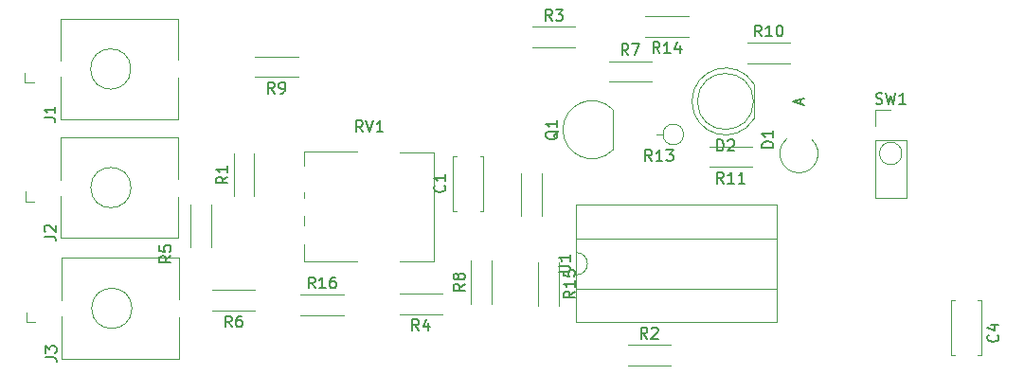
<source format=gbr>
%TF.GenerationSoftware,KiCad,Pcbnew,9.0.1*%
%TF.CreationDate,2025-06-03T19:58:47+02:00*%
%TF.ProjectId,lfo,6c666f2e-6b69-4636-9164-5f7063625858,rev?*%
%TF.SameCoordinates,Original*%
%TF.FileFunction,Legend,Top*%
%TF.FilePolarity,Positive*%
%FSLAX46Y46*%
G04 Gerber Fmt 4.6, Leading zero omitted, Abs format (unit mm)*
G04 Created by KiCad (PCBNEW 9.0.1) date 2025-06-03 19:58:47*
%MOMM*%
%LPD*%
G01*
G04 APERTURE LIST*
%ADD10C,0.150000*%
%ADD11C,0.100000*%
%ADD12C,0.120000*%
G04 APERTURE END LIST*
D10*
X135066667Y-20577200D02*
X135209524Y-20624819D01*
X135209524Y-20624819D02*
X135447619Y-20624819D01*
X135447619Y-20624819D02*
X135542857Y-20577200D01*
X135542857Y-20577200D02*
X135590476Y-20529580D01*
X135590476Y-20529580D02*
X135638095Y-20434342D01*
X135638095Y-20434342D02*
X135638095Y-20339104D01*
X135638095Y-20339104D02*
X135590476Y-20243866D01*
X135590476Y-20243866D02*
X135542857Y-20196247D01*
X135542857Y-20196247D02*
X135447619Y-20148628D01*
X135447619Y-20148628D02*
X135257143Y-20101009D01*
X135257143Y-20101009D02*
X135161905Y-20053390D01*
X135161905Y-20053390D02*
X135114286Y-20005771D01*
X135114286Y-20005771D02*
X135066667Y-19910533D01*
X135066667Y-19910533D02*
X135066667Y-19815295D01*
X135066667Y-19815295D02*
X135114286Y-19720057D01*
X135114286Y-19720057D02*
X135161905Y-19672438D01*
X135161905Y-19672438D02*
X135257143Y-19624819D01*
X135257143Y-19624819D02*
X135495238Y-19624819D01*
X135495238Y-19624819D02*
X135638095Y-19672438D01*
X135971429Y-19624819D02*
X136209524Y-20624819D01*
X136209524Y-20624819D02*
X136400000Y-19910533D01*
X136400000Y-19910533D02*
X136590476Y-20624819D01*
X136590476Y-20624819D02*
X136828572Y-19624819D01*
X137733333Y-20624819D02*
X137161905Y-20624819D01*
X137447619Y-20624819D02*
X137447619Y-19624819D01*
X137447619Y-19624819D02*
X137352381Y-19767676D01*
X137352381Y-19767676D02*
X137257143Y-19862914D01*
X137257143Y-19862914D02*
X137161905Y-19910533D01*
X60834819Y-43263333D02*
X61549104Y-43263333D01*
X61549104Y-43263333D02*
X61691961Y-43310952D01*
X61691961Y-43310952D02*
X61787200Y-43406190D01*
X61787200Y-43406190D02*
X61834819Y-43549047D01*
X61834819Y-43549047D02*
X61834819Y-43644285D01*
X60834819Y-42882380D02*
X60834819Y-42263333D01*
X60834819Y-42263333D02*
X61215771Y-42596666D01*
X61215771Y-42596666D02*
X61215771Y-42453809D01*
X61215771Y-42453809D02*
X61263390Y-42358571D01*
X61263390Y-42358571D02*
X61311009Y-42310952D01*
X61311009Y-42310952D02*
X61406247Y-42263333D01*
X61406247Y-42263333D02*
X61644342Y-42263333D01*
X61644342Y-42263333D02*
X61739580Y-42310952D01*
X61739580Y-42310952D02*
X61787200Y-42358571D01*
X61787200Y-42358571D02*
X61834819Y-42453809D01*
X61834819Y-42453809D02*
X61834819Y-42739523D01*
X61834819Y-42739523D02*
X61787200Y-42834761D01*
X61787200Y-42834761D02*
X61739580Y-42882380D01*
X114643333Y-41614819D02*
X114310000Y-41138628D01*
X114071905Y-41614819D02*
X114071905Y-40614819D01*
X114071905Y-40614819D02*
X114452857Y-40614819D01*
X114452857Y-40614819D02*
X114548095Y-40662438D01*
X114548095Y-40662438D02*
X114595714Y-40710057D01*
X114595714Y-40710057D02*
X114643333Y-40805295D01*
X114643333Y-40805295D02*
X114643333Y-40948152D01*
X114643333Y-40948152D02*
X114595714Y-41043390D01*
X114595714Y-41043390D02*
X114548095Y-41091009D01*
X114548095Y-41091009D02*
X114452857Y-41138628D01*
X114452857Y-41138628D02*
X114071905Y-41138628D01*
X115024286Y-40710057D02*
X115071905Y-40662438D01*
X115071905Y-40662438D02*
X115167143Y-40614819D01*
X115167143Y-40614819D02*
X115405238Y-40614819D01*
X115405238Y-40614819D02*
X115500476Y-40662438D01*
X115500476Y-40662438D02*
X115548095Y-40710057D01*
X115548095Y-40710057D02*
X115595714Y-40805295D01*
X115595714Y-40805295D02*
X115595714Y-40900533D01*
X115595714Y-40900533D02*
X115548095Y-41043390D01*
X115548095Y-41043390D02*
X114976667Y-41614819D01*
X114976667Y-41614819D02*
X115595714Y-41614819D01*
X94233333Y-40874819D02*
X93900000Y-40398628D01*
X93661905Y-40874819D02*
X93661905Y-39874819D01*
X93661905Y-39874819D02*
X94042857Y-39874819D01*
X94042857Y-39874819D02*
X94138095Y-39922438D01*
X94138095Y-39922438D02*
X94185714Y-39970057D01*
X94185714Y-39970057D02*
X94233333Y-40065295D01*
X94233333Y-40065295D02*
X94233333Y-40208152D01*
X94233333Y-40208152D02*
X94185714Y-40303390D01*
X94185714Y-40303390D02*
X94138095Y-40351009D01*
X94138095Y-40351009D02*
X94042857Y-40398628D01*
X94042857Y-40398628D02*
X93661905Y-40398628D01*
X95090476Y-40208152D02*
X95090476Y-40874819D01*
X94852381Y-39827200D02*
X94614286Y-40541485D01*
X94614286Y-40541485D02*
X95233333Y-40541485D01*
X145959580Y-41266666D02*
X146007200Y-41314285D01*
X146007200Y-41314285D02*
X146054819Y-41457142D01*
X146054819Y-41457142D02*
X146054819Y-41552380D01*
X146054819Y-41552380D02*
X146007200Y-41695237D01*
X146007200Y-41695237D02*
X145911961Y-41790475D01*
X145911961Y-41790475D02*
X145816723Y-41838094D01*
X145816723Y-41838094D02*
X145626247Y-41885713D01*
X145626247Y-41885713D02*
X145483390Y-41885713D01*
X145483390Y-41885713D02*
X145292914Y-41838094D01*
X145292914Y-41838094D02*
X145197676Y-41790475D01*
X145197676Y-41790475D02*
X145102438Y-41695237D01*
X145102438Y-41695237D02*
X145054819Y-41552380D01*
X145054819Y-41552380D02*
X145054819Y-41457142D01*
X145054819Y-41457142D02*
X145102438Y-41314285D01*
X145102438Y-41314285D02*
X145150057Y-41266666D01*
X145388152Y-40409523D02*
X146054819Y-40409523D01*
X145007200Y-40647618D02*
X145721485Y-40885713D01*
X145721485Y-40885713D02*
X145721485Y-40266666D01*
X81333333Y-19674819D02*
X81000000Y-19198628D01*
X80761905Y-19674819D02*
X80761905Y-18674819D01*
X80761905Y-18674819D02*
X81142857Y-18674819D01*
X81142857Y-18674819D02*
X81238095Y-18722438D01*
X81238095Y-18722438D02*
X81285714Y-18770057D01*
X81285714Y-18770057D02*
X81333333Y-18865295D01*
X81333333Y-18865295D02*
X81333333Y-19008152D01*
X81333333Y-19008152D02*
X81285714Y-19103390D01*
X81285714Y-19103390D02*
X81238095Y-19151009D01*
X81238095Y-19151009D02*
X81142857Y-19198628D01*
X81142857Y-19198628D02*
X80761905Y-19198628D01*
X81809524Y-19674819D02*
X82000000Y-19674819D01*
X82000000Y-19674819D02*
X82095238Y-19627200D01*
X82095238Y-19627200D02*
X82142857Y-19579580D01*
X82142857Y-19579580D02*
X82238095Y-19436723D01*
X82238095Y-19436723D02*
X82285714Y-19246247D01*
X82285714Y-19246247D02*
X82285714Y-18865295D01*
X82285714Y-18865295D02*
X82238095Y-18770057D01*
X82238095Y-18770057D02*
X82190476Y-18722438D01*
X82190476Y-18722438D02*
X82095238Y-18674819D01*
X82095238Y-18674819D02*
X81904762Y-18674819D01*
X81904762Y-18674819D02*
X81809524Y-18722438D01*
X81809524Y-18722438D02*
X81761905Y-18770057D01*
X81761905Y-18770057D02*
X81714286Y-18865295D01*
X81714286Y-18865295D02*
X81714286Y-19103390D01*
X81714286Y-19103390D02*
X81761905Y-19198628D01*
X81761905Y-19198628D02*
X81809524Y-19246247D01*
X81809524Y-19246247D02*
X81904762Y-19293866D01*
X81904762Y-19293866D02*
X82095238Y-19293866D01*
X82095238Y-19293866D02*
X82190476Y-19246247D01*
X82190476Y-19246247D02*
X82238095Y-19198628D01*
X82238095Y-19198628D02*
X82285714Y-19103390D01*
X121467142Y-27724819D02*
X121133809Y-27248628D01*
X120895714Y-27724819D02*
X120895714Y-26724819D01*
X120895714Y-26724819D02*
X121276666Y-26724819D01*
X121276666Y-26724819D02*
X121371904Y-26772438D01*
X121371904Y-26772438D02*
X121419523Y-26820057D01*
X121419523Y-26820057D02*
X121467142Y-26915295D01*
X121467142Y-26915295D02*
X121467142Y-27058152D01*
X121467142Y-27058152D02*
X121419523Y-27153390D01*
X121419523Y-27153390D02*
X121371904Y-27201009D01*
X121371904Y-27201009D02*
X121276666Y-27248628D01*
X121276666Y-27248628D02*
X120895714Y-27248628D01*
X122419523Y-27724819D02*
X121848095Y-27724819D01*
X122133809Y-27724819D02*
X122133809Y-26724819D01*
X122133809Y-26724819D02*
X122038571Y-26867676D01*
X122038571Y-26867676D02*
X121943333Y-26962914D01*
X121943333Y-26962914D02*
X121848095Y-27010533D01*
X123371904Y-27724819D02*
X122800476Y-27724819D01*
X123086190Y-27724819D02*
X123086190Y-26724819D01*
X123086190Y-26724819D02*
X122990952Y-26867676D01*
X122990952Y-26867676D02*
X122895714Y-26962914D01*
X122895714Y-26962914D02*
X122800476Y-27010533D01*
X120891905Y-24814819D02*
X120891905Y-23814819D01*
X120891905Y-23814819D02*
X121130000Y-23814819D01*
X121130000Y-23814819D02*
X121272857Y-23862438D01*
X121272857Y-23862438D02*
X121368095Y-23957676D01*
X121368095Y-23957676D02*
X121415714Y-24052914D01*
X121415714Y-24052914D02*
X121463333Y-24243390D01*
X121463333Y-24243390D02*
X121463333Y-24386247D01*
X121463333Y-24386247D02*
X121415714Y-24576723D01*
X121415714Y-24576723D02*
X121368095Y-24671961D01*
X121368095Y-24671961D02*
X121272857Y-24767200D01*
X121272857Y-24767200D02*
X121130000Y-24814819D01*
X121130000Y-24814819D02*
X120891905Y-24814819D01*
X121844286Y-23910057D02*
X121891905Y-23862438D01*
X121891905Y-23862438D02*
X121987143Y-23814819D01*
X121987143Y-23814819D02*
X122225238Y-23814819D01*
X122225238Y-23814819D02*
X122320476Y-23862438D01*
X122320476Y-23862438D02*
X122368095Y-23910057D01*
X122368095Y-23910057D02*
X122415714Y-24005295D01*
X122415714Y-24005295D02*
X122415714Y-24100533D01*
X122415714Y-24100533D02*
X122368095Y-24243390D01*
X122368095Y-24243390D02*
X121796667Y-24814819D01*
X121796667Y-24814819D02*
X122415714Y-24814819D01*
X115757142Y-16074819D02*
X115423809Y-15598628D01*
X115185714Y-16074819D02*
X115185714Y-15074819D01*
X115185714Y-15074819D02*
X115566666Y-15074819D01*
X115566666Y-15074819D02*
X115661904Y-15122438D01*
X115661904Y-15122438D02*
X115709523Y-15170057D01*
X115709523Y-15170057D02*
X115757142Y-15265295D01*
X115757142Y-15265295D02*
X115757142Y-15408152D01*
X115757142Y-15408152D02*
X115709523Y-15503390D01*
X115709523Y-15503390D02*
X115661904Y-15551009D01*
X115661904Y-15551009D02*
X115566666Y-15598628D01*
X115566666Y-15598628D02*
X115185714Y-15598628D01*
X116709523Y-16074819D02*
X116138095Y-16074819D01*
X116423809Y-16074819D02*
X116423809Y-15074819D01*
X116423809Y-15074819D02*
X116328571Y-15217676D01*
X116328571Y-15217676D02*
X116233333Y-15312914D01*
X116233333Y-15312914D02*
X116138095Y-15360533D01*
X117566666Y-15408152D02*
X117566666Y-16074819D01*
X117328571Y-15027200D02*
X117090476Y-15741485D01*
X117090476Y-15741485D02*
X117709523Y-15741485D01*
X84942142Y-37109819D02*
X84608809Y-36633628D01*
X84370714Y-37109819D02*
X84370714Y-36109819D01*
X84370714Y-36109819D02*
X84751666Y-36109819D01*
X84751666Y-36109819D02*
X84846904Y-36157438D01*
X84846904Y-36157438D02*
X84894523Y-36205057D01*
X84894523Y-36205057D02*
X84942142Y-36300295D01*
X84942142Y-36300295D02*
X84942142Y-36443152D01*
X84942142Y-36443152D02*
X84894523Y-36538390D01*
X84894523Y-36538390D02*
X84846904Y-36586009D01*
X84846904Y-36586009D02*
X84751666Y-36633628D01*
X84751666Y-36633628D02*
X84370714Y-36633628D01*
X85894523Y-37109819D02*
X85323095Y-37109819D01*
X85608809Y-37109819D02*
X85608809Y-36109819D01*
X85608809Y-36109819D02*
X85513571Y-36252676D01*
X85513571Y-36252676D02*
X85418333Y-36347914D01*
X85418333Y-36347914D02*
X85323095Y-36395533D01*
X86751666Y-36109819D02*
X86561190Y-36109819D01*
X86561190Y-36109819D02*
X86465952Y-36157438D01*
X86465952Y-36157438D02*
X86418333Y-36205057D01*
X86418333Y-36205057D02*
X86323095Y-36347914D01*
X86323095Y-36347914D02*
X86275476Y-36538390D01*
X86275476Y-36538390D02*
X86275476Y-36919342D01*
X86275476Y-36919342D02*
X86323095Y-37014580D01*
X86323095Y-37014580D02*
X86370714Y-37062200D01*
X86370714Y-37062200D02*
X86465952Y-37109819D01*
X86465952Y-37109819D02*
X86656428Y-37109819D01*
X86656428Y-37109819D02*
X86751666Y-37062200D01*
X86751666Y-37062200D02*
X86799285Y-37014580D01*
X86799285Y-37014580D02*
X86846904Y-36919342D01*
X86846904Y-36919342D02*
X86846904Y-36681247D01*
X86846904Y-36681247D02*
X86799285Y-36586009D01*
X86799285Y-36586009D02*
X86751666Y-36538390D01*
X86751666Y-36538390D02*
X86656428Y-36490771D01*
X86656428Y-36490771D02*
X86465952Y-36490771D01*
X86465952Y-36490771D02*
X86370714Y-36538390D01*
X86370714Y-36538390D02*
X86323095Y-36586009D01*
X86323095Y-36586009D02*
X86275476Y-36681247D01*
X77134819Y-27126666D02*
X76658628Y-27459999D01*
X77134819Y-27698094D02*
X76134819Y-27698094D01*
X76134819Y-27698094D02*
X76134819Y-27317142D01*
X76134819Y-27317142D02*
X76182438Y-27221904D01*
X76182438Y-27221904D02*
X76230057Y-27174285D01*
X76230057Y-27174285D02*
X76325295Y-27126666D01*
X76325295Y-27126666D02*
X76468152Y-27126666D01*
X76468152Y-27126666D02*
X76563390Y-27174285D01*
X76563390Y-27174285D02*
X76611009Y-27221904D01*
X76611009Y-27221904D02*
X76658628Y-27317142D01*
X76658628Y-27317142D02*
X76658628Y-27698094D01*
X77134819Y-26174285D02*
X77134819Y-26745713D01*
X77134819Y-26459999D02*
X76134819Y-26459999D01*
X76134819Y-26459999D02*
X76277676Y-26555237D01*
X76277676Y-26555237D02*
X76372914Y-26650475D01*
X76372914Y-26650475D02*
X76420533Y-26745713D01*
X124857142Y-14584819D02*
X124523809Y-14108628D01*
X124285714Y-14584819D02*
X124285714Y-13584819D01*
X124285714Y-13584819D02*
X124666666Y-13584819D01*
X124666666Y-13584819D02*
X124761904Y-13632438D01*
X124761904Y-13632438D02*
X124809523Y-13680057D01*
X124809523Y-13680057D02*
X124857142Y-13775295D01*
X124857142Y-13775295D02*
X124857142Y-13918152D01*
X124857142Y-13918152D02*
X124809523Y-14013390D01*
X124809523Y-14013390D02*
X124761904Y-14061009D01*
X124761904Y-14061009D02*
X124666666Y-14108628D01*
X124666666Y-14108628D02*
X124285714Y-14108628D01*
X125809523Y-14584819D02*
X125238095Y-14584819D01*
X125523809Y-14584819D02*
X125523809Y-13584819D01*
X125523809Y-13584819D02*
X125428571Y-13727676D01*
X125428571Y-13727676D02*
X125333333Y-13822914D01*
X125333333Y-13822914D02*
X125238095Y-13870533D01*
X126428571Y-13584819D02*
X126523809Y-13584819D01*
X126523809Y-13584819D02*
X126619047Y-13632438D01*
X126619047Y-13632438D02*
X126666666Y-13680057D01*
X126666666Y-13680057D02*
X126714285Y-13775295D01*
X126714285Y-13775295D02*
X126761904Y-13965771D01*
X126761904Y-13965771D02*
X126761904Y-14203866D01*
X126761904Y-14203866D02*
X126714285Y-14394342D01*
X126714285Y-14394342D02*
X126666666Y-14489580D01*
X126666666Y-14489580D02*
X126619047Y-14537200D01*
X126619047Y-14537200D02*
X126523809Y-14584819D01*
X126523809Y-14584819D02*
X126428571Y-14584819D01*
X126428571Y-14584819D02*
X126333333Y-14537200D01*
X126333333Y-14537200D02*
X126285714Y-14489580D01*
X126285714Y-14489580D02*
X126238095Y-14394342D01*
X126238095Y-14394342D02*
X126190476Y-14203866D01*
X126190476Y-14203866D02*
X126190476Y-13965771D01*
X126190476Y-13965771D02*
X126238095Y-13775295D01*
X126238095Y-13775295D02*
X126285714Y-13680057D01*
X126285714Y-13680057D02*
X126333333Y-13632438D01*
X126333333Y-13632438D02*
X126428571Y-13584819D01*
X112948333Y-16259819D02*
X112615000Y-15783628D01*
X112376905Y-16259819D02*
X112376905Y-15259819D01*
X112376905Y-15259819D02*
X112757857Y-15259819D01*
X112757857Y-15259819D02*
X112853095Y-15307438D01*
X112853095Y-15307438D02*
X112900714Y-15355057D01*
X112900714Y-15355057D02*
X112948333Y-15450295D01*
X112948333Y-15450295D02*
X112948333Y-15593152D01*
X112948333Y-15593152D02*
X112900714Y-15688390D01*
X112900714Y-15688390D02*
X112853095Y-15736009D01*
X112853095Y-15736009D02*
X112757857Y-15783628D01*
X112757857Y-15783628D02*
X112376905Y-15783628D01*
X113281667Y-15259819D02*
X113948333Y-15259819D01*
X113948333Y-15259819D02*
X113519762Y-16259819D01*
X60754819Y-32463333D02*
X61469104Y-32463333D01*
X61469104Y-32463333D02*
X61611961Y-32510952D01*
X61611961Y-32510952D02*
X61707200Y-32606190D01*
X61707200Y-32606190D02*
X61754819Y-32749047D01*
X61754819Y-32749047D02*
X61754819Y-32844285D01*
X60850057Y-32034761D02*
X60802438Y-31987142D01*
X60802438Y-31987142D02*
X60754819Y-31891904D01*
X60754819Y-31891904D02*
X60754819Y-31653809D01*
X60754819Y-31653809D02*
X60802438Y-31558571D01*
X60802438Y-31558571D02*
X60850057Y-31510952D01*
X60850057Y-31510952D02*
X60945295Y-31463333D01*
X60945295Y-31463333D02*
X61040533Y-31463333D01*
X61040533Y-31463333D02*
X61183390Y-31510952D01*
X61183390Y-31510952D02*
X61754819Y-32082380D01*
X61754819Y-32082380D02*
X61754819Y-31463333D01*
X125904184Y-24539860D02*
X124904184Y-24539860D01*
X124904184Y-24539860D02*
X124904184Y-24301765D01*
X124904184Y-24301765D02*
X124951803Y-24158908D01*
X124951803Y-24158908D02*
X125047041Y-24063670D01*
X125047041Y-24063670D02*
X125142279Y-24016051D01*
X125142279Y-24016051D02*
X125332755Y-23968432D01*
X125332755Y-23968432D02*
X125475612Y-23968432D01*
X125475612Y-23968432D02*
X125666088Y-24016051D01*
X125666088Y-24016051D02*
X125761326Y-24063670D01*
X125761326Y-24063670D02*
X125856565Y-24158908D01*
X125856565Y-24158908D02*
X125904184Y-24301765D01*
X125904184Y-24301765D02*
X125904184Y-24539860D01*
X125904184Y-23016051D02*
X125904184Y-23587479D01*
X125904184Y-23301765D02*
X124904184Y-23301765D01*
X124904184Y-23301765D02*
X125047041Y-23397003D01*
X125047041Y-23397003D02*
X125142279Y-23492241D01*
X125142279Y-23492241D02*
X125189898Y-23587479D01*
X128369104Y-20669860D02*
X128369104Y-20193670D01*
X128654819Y-20765098D02*
X127654819Y-20431765D01*
X127654819Y-20431765D02*
X128654819Y-20098432D01*
X106744819Y-35671904D02*
X107554342Y-35671904D01*
X107554342Y-35671904D02*
X107649580Y-35624285D01*
X107649580Y-35624285D02*
X107697200Y-35576666D01*
X107697200Y-35576666D02*
X107744819Y-35481428D01*
X107744819Y-35481428D02*
X107744819Y-35290952D01*
X107744819Y-35290952D02*
X107697200Y-35195714D01*
X107697200Y-35195714D02*
X107649580Y-35148095D01*
X107649580Y-35148095D02*
X107554342Y-35100476D01*
X107554342Y-35100476D02*
X106744819Y-35100476D01*
X107744819Y-34100476D02*
X107744819Y-34671904D01*
X107744819Y-34386190D02*
X106744819Y-34386190D01*
X106744819Y-34386190D02*
X106887676Y-34481428D01*
X106887676Y-34481428D02*
X106982914Y-34576666D01*
X106982914Y-34576666D02*
X107030533Y-34671904D01*
X72054819Y-34206666D02*
X71578628Y-34539999D01*
X72054819Y-34778094D02*
X71054819Y-34778094D01*
X71054819Y-34778094D02*
X71054819Y-34397142D01*
X71054819Y-34397142D02*
X71102438Y-34301904D01*
X71102438Y-34301904D02*
X71150057Y-34254285D01*
X71150057Y-34254285D02*
X71245295Y-34206666D01*
X71245295Y-34206666D02*
X71388152Y-34206666D01*
X71388152Y-34206666D02*
X71483390Y-34254285D01*
X71483390Y-34254285D02*
X71531009Y-34301904D01*
X71531009Y-34301904D02*
X71578628Y-34397142D01*
X71578628Y-34397142D02*
X71578628Y-34778094D01*
X71054819Y-33301904D02*
X71054819Y-33778094D01*
X71054819Y-33778094D02*
X71531009Y-33825713D01*
X71531009Y-33825713D02*
X71483390Y-33778094D01*
X71483390Y-33778094D02*
X71435771Y-33682856D01*
X71435771Y-33682856D02*
X71435771Y-33444761D01*
X71435771Y-33444761D02*
X71483390Y-33349523D01*
X71483390Y-33349523D02*
X71531009Y-33301904D01*
X71531009Y-33301904D02*
X71626247Y-33254285D01*
X71626247Y-33254285D02*
X71864342Y-33254285D01*
X71864342Y-33254285D02*
X71959580Y-33301904D01*
X71959580Y-33301904D02*
X72007200Y-33349523D01*
X72007200Y-33349523D02*
X72054819Y-33444761D01*
X72054819Y-33444761D02*
X72054819Y-33682856D01*
X72054819Y-33682856D02*
X72007200Y-33778094D01*
X72007200Y-33778094D02*
X71959580Y-33825713D01*
X77493333Y-40574819D02*
X77160000Y-40098628D01*
X76921905Y-40574819D02*
X76921905Y-39574819D01*
X76921905Y-39574819D02*
X77302857Y-39574819D01*
X77302857Y-39574819D02*
X77398095Y-39622438D01*
X77398095Y-39622438D02*
X77445714Y-39670057D01*
X77445714Y-39670057D02*
X77493333Y-39765295D01*
X77493333Y-39765295D02*
X77493333Y-39908152D01*
X77493333Y-39908152D02*
X77445714Y-40003390D01*
X77445714Y-40003390D02*
X77398095Y-40051009D01*
X77398095Y-40051009D02*
X77302857Y-40098628D01*
X77302857Y-40098628D02*
X76921905Y-40098628D01*
X78350476Y-39574819D02*
X78160000Y-39574819D01*
X78160000Y-39574819D02*
X78064762Y-39622438D01*
X78064762Y-39622438D02*
X78017143Y-39670057D01*
X78017143Y-39670057D02*
X77921905Y-39812914D01*
X77921905Y-39812914D02*
X77874286Y-40003390D01*
X77874286Y-40003390D02*
X77874286Y-40384342D01*
X77874286Y-40384342D02*
X77921905Y-40479580D01*
X77921905Y-40479580D02*
X77969524Y-40527200D01*
X77969524Y-40527200D02*
X78064762Y-40574819D01*
X78064762Y-40574819D02*
X78255238Y-40574819D01*
X78255238Y-40574819D02*
X78350476Y-40527200D01*
X78350476Y-40527200D02*
X78398095Y-40479580D01*
X78398095Y-40479580D02*
X78445714Y-40384342D01*
X78445714Y-40384342D02*
X78445714Y-40146247D01*
X78445714Y-40146247D02*
X78398095Y-40051009D01*
X78398095Y-40051009D02*
X78350476Y-40003390D01*
X78350476Y-40003390D02*
X78255238Y-39955771D01*
X78255238Y-39955771D02*
X78064762Y-39955771D01*
X78064762Y-39955771D02*
X77969524Y-40003390D01*
X77969524Y-40003390D02*
X77921905Y-40051009D01*
X77921905Y-40051009D02*
X77874286Y-40146247D01*
X96499580Y-27896666D02*
X96547200Y-27944285D01*
X96547200Y-27944285D02*
X96594819Y-28087142D01*
X96594819Y-28087142D02*
X96594819Y-28182380D01*
X96594819Y-28182380D02*
X96547200Y-28325237D01*
X96547200Y-28325237D02*
X96451961Y-28420475D01*
X96451961Y-28420475D02*
X96356723Y-28468094D01*
X96356723Y-28468094D02*
X96166247Y-28515713D01*
X96166247Y-28515713D02*
X96023390Y-28515713D01*
X96023390Y-28515713D02*
X95832914Y-28468094D01*
X95832914Y-28468094D02*
X95737676Y-28420475D01*
X95737676Y-28420475D02*
X95642438Y-28325237D01*
X95642438Y-28325237D02*
X95594819Y-28182380D01*
X95594819Y-28182380D02*
X95594819Y-28087142D01*
X95594819Y-28087142D02*
X95642438Y-27944285D01*
X95642438Y-27944285D02*
X95690057Y-27896666D01*
X96594819Y-26944285D02*
X96594819Y-27515713D01*
X96594819Y-27229999D02*
X95594819Y-27229999D01*
X95594819Y-27229999D02*
X95737676Y-27325237D01*
X95737676Y-27325237D02*
X95832914Y-27420475D01*
X95832914Y-27420475D02*
X95880533Y-27515713D01*
X115057142Y-25724819D02*
X114723809Y-25248628D01*
X114485714Y-25724819D02*
X114485714Y-24724819D01*
X114485714Y-24724819D02*
X114866666Y-24724819D01*
X114866666Y-24724819D02*
X114961904Y-24772438D01*
X114961904Y-24772438D02*
X115009523Y-24820057D01*
X115009523Y-24820057D02*
X115057142Y-24915295D01*
X115057142Y-24915295D02*
X115057142Y-25058152D01*
X115057142Y-25058152D02*
X115009523Y-25153390D01*
X115009523Y-25153390D02*
X114961904Y-25201009D01*
X114961904Y-25201009D02*
X114866666Y-25248628D01*
X114866666Y-25248628D02*
X114485714Y-25248628D01*
X116009523Y-25724819D02*
X115438095Y-25724819D01*
X115723809Y-25724819D02*
X115723809Y-24724819D01*
X115723809Y-24724819D02*
X115628571Y-24867676D01*
X115628571Y-24867676D02*
X115533333Y-24962914D01*
X115533333Y-24962914D02*
X115438095Y-25010533D01*
X116342857Y-24724819D02*
X116961904Y-24724819D01*
X116961904Y-24724819D02*
X116628571Y-25105771D01*
X116628571Y-25105771D02*
X116771428Y-25105771D01*
X116771428Y-25105771D02*
X116866666Y-25153390D01*
X116866666Y-25153390D02*
X116914285Y-25201009D01*
X116914285Y-25201009D02*
X116961904Y-25296247D01*
X116961904Y-25296247D02*
X116961904Y-25534342D01*
X116961904Y-25534342D02*
X116914285Y-25629580D01*
X116914285Y-25629580D02*
X116866666Y-25677200D01*
X116866666Y-25677200D02*
X116771428Y-25724819D01*
X116771428Y-25724819D02*
X116485714Y-25724819D01*
X116485714Y-25724819D02*
X116390476Y-25677200D01*
X116390476Y-25677200D02*
X116342857Y-25629580D01*
X108174819Y-37382857D02*
X107698628Y-37716190D01*
X108174819Y-37954285D02*
X107174819Y-37954285D01*
X107174819Y-37954285D02*
X107174819Y-37573333D01*
X107174819Y-37573333D02*
X107222438Y-37478095D01*
X107222438Y-37478095D02*
X107270057Y-37430476D01*
X107270057Y-37430476D02*
X107365295Y-37382857D01*
X107365295Y-37382857D02*
X107508152Y-37382857D01*
X107508152Y-37382857D02*
X107603390Y-37430476D01*
X107603390Y-37430476D02*
X107651009Y-37478095D01*
X107651009Y-37478095D02*
X107698628Y-37573333D01*
X107698628Y-37573333D02*
X107698628Y-37954285D01*
X108174819Y-36430476D02*
X108174819Y-37001904D01*
X108174819Y-36716190D02*
X107174819Y-36716190D01*
X107174819Y-36716190D02*
X107317676Y-36811428D01*
X107317676Y-36811428D02*
X107412914Y-36906666D01*
X107412914Y-36906666D02*
X107460533Y-37001904D01*
X107174819Y-35525714D02*
X107174819Y-36001904D01*
X107174819Y-36001904D02*
X107651009Y-36049523D01*
X107651009Y-36049523D02*
X107603390Y-36001904D01*
X107603390Y-36001904D02*
X107555771Y-35906666D01*
X107555771Y-35906666D02*
X107555771Y-35668571D01*
X107555771Y-35668571D02*
X107603390Y-35573333D01*
X107603390Y-35573333D02*
X107651009Y-35525714D01*
X107651009Y-35525714D02*
X107746247Y-35478095D01*
X107746247Y-35478095D02*
X107984342Y-35478095D01*
X107984342Y-35478095D02*
X108079580Y-35525714D01*
X108079580Y-35525714D02*
X108127200Y-35573333D01*
X108127200Y-35573333D02*
X108174819Y-35668571D01*
X108174819Y-35668571D02*
X108174819Y-35906666D01*
X108174819Y-35906666D02*
X108127200Y-36001904D01*
X108127200Y-36001904D02*
X108079580Y-36049523D01*
X98334819Y-36716666D02*
X97858628Y-37049999D01*
X98334819Y-37288094D02*
X97334819Y-37288094D01*
X97334819Y-37288094D02*
X97334819Y-36907142D01*
X97334819Y-36907142D02*
X97382438Y-36811904D01*
X97382438Y-36811904D02*
X97430057Y-36764285D01*
X97430057Y-36764285D02*
X97525295Y-36716666D01*
X97525295Y-36716666D02*
X97668152Y-36716666D01*
X97668152Y-36716666D02*
X97763390Y-36764285D01*
X97763390Y-36764285D02*
X97811009Y-36811904D01*
X97811009Y-36811904D02*
X97858628Y-36907142D01*
X97858628Y-36907142D02*
X97858628Y-37288094D01*
X97763390Y-36145237D02*
X97715771Y-36240475D01*
X97715771Y-36240475D02*
X97668152Y-36288094D01*
X97668152Y-36288094D02*
X97572914Y-36335713D01*
X97572914Y-36335713D02*
X97525295Y-36335713D01*
X97525295Y-36335713D02*
X97430057Y-36288094D01*
X97430057Y-36288094D02*
X97382438Y-36240475D01*
X97382438Y-36240475D02*
X97334819Y-36145237D01*
X97334819Y-36145237D02*
X97334819Y-35954761D01*
X97334819Y-35954761D02*
X97382438Y-35859523D01*
X97382438Y-35859523D02*
X97430057Y-35811904D01*
X97430057Y-35811904D02*
X97525295Y-35764285D01*
X97525295Y-35764285D02*
X97572914Y-35764285D01*
X97572914Y-35764285D02*
X97668152Y-35811904D01*
X97668152Y-35811904D02*
X97715771Y-35859523D01*
X97715771Y-35859523D02*
X97763390Y-35954761D01*
X97763390Y-35954761D02*
X97763390Y-36145237D01*
X97763390Y-36145237D02*
X97811009Y-36240475D01*
X97811009Y-36240475D02*
X97858628Y-36288094D01*
X97858628Y-36288094D02*
X97953866Y-36335713D01*
X97953866Y-36335713D02*
X98144342Y-36335713D01*
X98144342Y-36335713D02*
X98239580Y-36288094D01*
X98239580Y-36288094D02*
X98287200Y-36240475D01*
X98287200Y-36240475D02*
X98334819Y-36145237D01*
X98334819Y-36145237D02*
X98334819Y-35954761D01*
X98334819Y-35954761D02*
X98287200Y-35859523D01*
X98287200Y-35859523D02*
X98239580Y-35811904D01*
X98239580Y-35811904D02*
X98144342Y-35764285D01*
X98144342Y-35764285D02*
X97953866Y-35764285D01*
X97953866Y-35764285D02*
X97858628Y-35811904D01*
X97858628Y-35811904D02*
X97811009Y-35859523D01*
X97811009Y-35859523D02*
X97763390Y-35954761D01*
X106133333Y-13184819D02*
X105800000Y-12708628D01*
X105561905Y-13184819D02*
X105561905Y-12184819D01*
X105561905Y-12184819D02*
X105942857Y-12184819D01*
X105942857Y-12184819D02*
X106038095Y-12232438D01*
X106038095Y-12232438D02*
X106085714Y-12280057D01*
X106085714Y-12280057D02*
X106133333Y-12375295D01*
X106133333Y-12375295D02*
X106133333Y-12518152D01*
X106133333Y-12518152D02*
X106085714Y-12613390D01*
X106085714Y-12613390D02*
X106038095Y-12661009D01*
X106038095Y-12661009D02*
X105942857Y-12708628D01*
X105942857Y-12708628D02*
X105561905Y-12708628D01*
X106466667Y-12184819D02*
X107085714Y-12184819D01*
X107085714Y-12184819D02*
X106752381Y-12565771D01*
X106752381Y-12565771D02*
X106895238Y-12565771D01*
X106895238Y-12565771D02*
X106990476Y-12613390D01*
X106990476Y-12613390D02*
X107038095Y-12661009D01*
X107038095Y-12661009D02*
X107085714Y-12756247D01*
X107085714Y-12756247D02*
X107085714Y-12994342D01*
X107085714Y-12994342D02*
X107038095Y-13089580D01*
X107038095Y-13089580D02*
X106990476Y-13137200D01*
X106990476Y-13137200D02*
X106895238Y-13184819D01*
X106895238Y-13184819D02*
X106609524Y-13184819D01*
X106609524Y-13184819D02*
X106514286Y-13137200D01*
X106514286Y-13137200D02*
X106466667Y-13089580D01*
X60734819Y-21863333D02*
X61449104Y-21863333D01*
X61449104Y-21863333D02*
X61591961Y-21910952D01*
X61591961Y-21910952D02*
X61687200Y-22006190D01*
X61687200Y-22006190D02*
X61734819Y-22149047D01*
X61734819Y-22149047D02*
X61734819Y-22244285D01*
X61734819Y-20863333D02*
X61734819Y-21434761D01*
X61734819Y-21149047D02*
X60734819Y-21149047D01*
X60734819Y-21149047D02*
X60877676Y-21244285D01*
X60877676Y-21244285D02*
X60972914Y-21339523D01*
X60972914Y-21339523D02*
X61020533Y-21434761D01*
X106690057Y-23025238D02*
X106642438Y-23120476D01*
X106642438Y-23120476D02*
X106547200Y-23215714D01*
X106547200Y-23215714D02*
X106404342Y-23358571D01*
X106404342Y-23358571D02*
X106356723Y-23453809D01*
X106356723Y-23453809D02*
X106356723Y-23549047D01*
X106594819Y-23501428D02*
X106547200Y-23596666D01*
X106547200Y-23596666D02*
X106451961Y-23691904D01*
X106451961Y-23691904D02*
X106261485Y-23739523D01*
X106261485Y-23739523D02*
X105928152Y-23739523D01*
X105928152Y-23739523D02*
X105737676Y-23691904D01*
X105737676Y-23691904D02*
X105642438Y-23596666D01*
X105642438Y-23596666D02*
X105594819Y-23501428D01*
X105594819Y-23501428D02*
X105594819Y-23310952D01*
X105594819Y-23310952D02*
X105642438Y-23215714D01*
X105642438Y-23215714D02*
X105737676Y-23120476D01*
X105737676Y-23120476D02*
X105928152Y-23072857D01*
X105928152Y-23072857D02*
X106261485Y-23072857D01*
X106261485Y-23072857D02*
X106451961Y-23120476D01*
X106451961Y-23120476D02*
X106547200Y-23215714D01*
X106547200Y-23215714D02*
X106594819Y-23310952D01*
X106594819Y-23310952D02*
X106594819Y-23501428D01*
X106594819Y-22120476D02*
X106594819Y-22691904D01*
X106594819Y-22406190D02*
X105594819Y-22406190D01*
X105594819Y-22406190D02*
X105737676Y-22501428D01*
X105737676Y-22501428D02*
X105832914Y-22596666D01*
X105832914Y-22596666D02*
X105880533Y-22691904D01*
X89214761Y-23114819D02*
X88881428Y-22638628D01*
X88643333Y-23114819D02*
X88643333Y-22114819D01*
X88643333Y-22114819D02*
X89024285Y-22114819D01*
X89024285Y-22114819D02*
X89119523Y-22162438D01*
X89119523Y-22162438D02*
X89167142Y-22210057D01*
X89167142Y-22210057D02*
X89214761Y-22305295D01*
X89214761Y-22305295D02*
X89214761Y-22448152D01*
X89214761Y-22448152D02*
X89167142Y-22543390D01*
X89167142Y-22543390D02*
X89119523Y-22591009D01*
X89119523Y-22591009D02*
X89024285Y-22638628D01*
X89024285Y-22638628D02*
X88643333Y-22638628D01*
X89500476Y-22114819D02*
X89833809Y-23114819D01*
X89833809Y-23114819D02*
X90167142Y-22114819D01*
X91024285Y-23114819D02*
X90452857Y-23114819D01*
X90738571Y-23114819D02*
X90738571Y-22114819D01*
X90738571Y-22114819D02*
X90643333Y-22257676D01*
X90643333Y-22257676D02*
X90548095Y-22352914D01*
X90548095Y-22352914D02*
X90452857Y-22400533D01*
D11*
%TO.C,SW1*%
X137400000Y-25050000D02*
G75*
G02*
X135400000Y-25050000I-1000000J0D01*
G01*
X135400000Y-25050000D02*
G75*
G02*
X137400000Y-25050000I1000000J0D01*
G01*
D12*
X135020000Y-21170000D02*
X136400000Y-21170000D01*
X135020000Y-22550000D02*
X135020000Y-21170000D01*
X135020000Y-23820000D02*
X135020000Y-29010000D01*
X135020000Y-23820000D02*
X137780000Y-23820000D01*
X135020000Y-29010000D02*
X137780000Y-29010000D01*
X137780000Y-23820000D02*
X137780000Y-29010000D01*
%TO.C,J3*%
X59130000Y-40130000D02*
X59130000Y-39270000D01*
X59130000Y-40130000D02*
X59930000Y-40130000D01*
X62280000Y-34400000D02*
X62280000Y-38180000D01*
X62280000Y-34400000D02*
X72780000Y-34400000D01*
X62280000Y-39620000D02*
X62280000Y-43400000D01*
X62280000Y-43400000D02*
X72780000Y-43400000D01*
X72780000Y-34400000D02*
X72780000Y-38100000D01*
X72780000Y-39700000D02*
X72780000Y-43400000D01*
X68580000Y-38900000D02*
G75*
G02*
X64980000Y-38900000I-1800000J0D01*
G01*
X64980000Y-38900000D02*
G75*
G02*
X68580000Y-38900000I1800000J0D01*
G01*
%TO.C,R2*%
X112890000Y-42160000D02*
X116730000Y-42160000D01*
X112890000Y-44000000D02*
X116730000Y-44000000D01*
%TO.C,R4*%
X96320000Y-37580000D02*
X92480000Y-37580000D01*
X96320000Y-39420000D02*
X92480000Y-39420000D01*
%TO.C,R12*%
X103380000Y-26830000D02*
X103380000Y-30670000D01*
X105220000Y-26830000D02*
X105220000Y-30670000D01*
%TO.C,C4*%
X141780000Y-38130000D02*
X141780000Y-43070000D01*
X142110000Y-38130000D02*
X141780000Y-38130000D01*
X142110000Y-43070000D02*
X141780000Y-43070000D01*
X144520000Y-38130000D02*
X144190000Y-38130000D01*
X144520000Y-38130000D02*
X144520000Y-43070000D01*
X144520000Y-43070000D02*
X144190000Y-43070000D01*
%TO.C,R9*%
X83420000Y-16380000D02*
X79580000Y-16380000D01*
X83420000Y-18220000D02*
X79580000Y-18220000D01*
%TO.C,R11*%
X124030000Y-24430000D02*
X120190000Y-24430000D01*
X124030000Y-26270000D02*
X120190000Y-26270000D01*
%TO.C,D2*%
X124190000Y-21945000D02*
X124190000Y-18855000D01*
X118640000Y-20399952D02*
G75*
G02*
X124190000Y-18855170I2990000J-48D01*
G01*
X124190000Y-21944830D02*
G75*
G02*
X118640000Y-20400048I-2560000J1544830D01*
G01*
X124130000Y-20400000D02*
G75*
G02*
X119130000Y-20400000I-2500000J0D01*
G01*
X119130000Y-20400000D02*
G75*
G02*
X124130000Y-20400000I2500000J0D01*
G01*
%TO.C,R14*%
X118320000Y-12780000D02*
X114480000Y-12780000D01*
X118320000Y-14620000D02*
X114480000Y-14620000D01*
%TO.C,R16*%
X83665000Y-37655000D02*
X87505000Y-37655000D01*
X83665000Y-39495000D02*
X87505000Y-39495000D01*
%TO.C,R1*%
X77680000Y-28880000D02*
X77680000Y-25040000D01*
X79520000Y-28880000D02*
X79520000Y-25040000D01*
%TO.C,R10*%
X123580000Y-15130000D02*
X127420000Y-15130000D01*
X123580000Y-16970000D02*
X127420000Y-16970000D01*
%TO.C,R7*%
X111195000Y-16805000D02*
X115035000Y-16805000D01*
X111195000Y-18645000D02*
X115035000Y-18645000D01*
%TO.C,J2*%
X59050000Y-29330000D02*
X59050000Y-28470000D01*
X59050000Y-29330000D02*
X59850000Y-29330000D01*
X62200000Y-23600000D02*
X62200000Y-27380000D01*
X62200000Y-23600000D02*
X72700000Y-23600000D01*
X62200000Y-28820000D02*
X62200000Y-32600000D01*
X62200000Y-32600000D02*
X72700000Y-32600000D01*
X72700000Y-23600000D02*
X72700000Y-27300000D01*
X72700000Y-28900000D02*
X72700000Y-32600000D01*
X68500000Y-28100000D02*
G75*
G02*
X64900000Y-28100000I-1800000J0D01*
G01*
X64900000Y-28100000D02*
G75*
G02*
X68500000Y-28100000I1800000J0D01*
G01*
%TO.C,D1*%
X129367366Y-23820215D02*
G75*
G02*
X127100000Y-23760613I-1167366J-1251551D01*
G01*
%TO.C,U1*%
X108290000Y-32660000D02*
X108290000Y-33910000D01*
X108290000Y-35910000D02*
X108290000Y-37160000D01*
X108290000Y-37160000D02*
X126190000Y-37160000D01*
X126190000Y-32660000D02*
X108290000Y-32660000D01*
X126190000Y-37160000D02*
X126190000Y-32660000D01*
X108230000Y-40160000D02*
X126250000Y-40160000D01*
X126250000Y-29660000D01*
X108230000Y-29660000D01*
X108230000Y-40160000D01*
X108290000Y-33910000D02*
G75*
G02*
X108290000Y-35910000I0J-1000000D01*
G01*
%TO.C,R5*%
X73830000Y-33420000D02*
X73830000Y-29580000D01*
X75670000Y-33420000D02*
X75670000Y-29580000D01*
%TO.C,R6*%
X79580000Y-37280000D02*
X75740000Y-37280000D01*
X79580000Y-39120000D02*
X75740000Y-39120000D01*
%TO.C,C1*%
X97270000Y-25260000D02*
X97600000Y-25260000D01*
X97270000Y-30200000D02*
X97270000Y-25260000D01*
X97270000Y-30200000D02*
X97600000Y-30200000D01*
X99680000Y-25260000D02*
X100010000Y-25260000D01*
X99680000Y-30200000D02*
X100010000Y-30200000D01*
X100010000Y-30200000D02*
X100010000Y-25260000D01*
%TO.C,R13*%
X116050000Y-23350000D02*
X115430000Y-23350000D01*
X117890000Y-23350000D02*
G75*
G02*
X116050000Y-23350000I-920000J0D01*
G01*
X116050000Y-23350000D02*
G75*
G02*
X117890000Y-23350000I920000J0D01*
G01*
%TO.C,R15*%
X104880000Y-34820000D02*
X104880000Y-38660000D01*
X106720000Y-34820000D02*
X106720000Y-38660000D01*
%TO.C,R8*%
X98880000Y-38470000D02*
X98880000Y-34630000D01*
X100720000Y-38470000D02*
X100720000Y-34630000D01*
%TO.C,R3*%
X104380000Y-13730000D02*
X108220000Y-13730000D01*
X104380000Y-15570000D02*
X108220000Y-15570000D01*
%TO.C,J1*%
X59030000Y-18730000D02*
X59030000Y-17870000D01*
X59030000Y-18730000D02*
X59830000Y-18730000D01*
X62180000Y-13000000D02*
X62180000Y-16780000D01*
X62180000Y-13000000D02*
X72680000Y-13000000D01*
X62180000Y-18220000D02*
X62180000Y-22000000D01*
X62180000Y-22000000D02*
X72680000Y-22000000D01*
X72680000Y-13000000D02*
X72680000Y-16700000D01*
X72680000Y-18300000D02*
X72680000Y-22000000D01*
X68480000Y-17500000D02*
G75*
G02*
X64880000Y-17500000I-1800000J0D01*
G01*
X64880000Y-17500000D02*
G75*
G02*
X68480000Y-17500000I1800000J0D01*
G01*
%TO.C,Q1*%
X111550000Y-24730000D02*
X111550000Y-21130000D01*
X107100000Y-22930000D02*
G75*
G02*
X111538478Y-21091522I2600000J0D01*
G01*
X111538478Y-24768478D02*
G75*
G02*
X107099999Y-22930000I-1838478J1838478D01*
G01*
%TO.C,RV1*%
X83980000Y-24920000D02*
X88700000Y-24920000D01*
X83980000Y-26110000D02*
X83980000Y-24930000D01*
X83980000Y-29010000D02*
X83980000Y-28480000D01*
X83980000Y-31460000D02*
X83980000Y-30630000D01*
X83980000Y-34670000D02*
X83980000Y-33180000D01*
X83980000Y-34670000D02*
X88700000Y-34670000D01*
X92510000Y-24930000D02*
X95570000Y-24930000D01*
X92510000Y-34670000D02*
X95570000Y-34670000D01*
X95570000Y-34670000D02*
X95570000Y-24930000D01*
%TD*%
M02*

</source>
